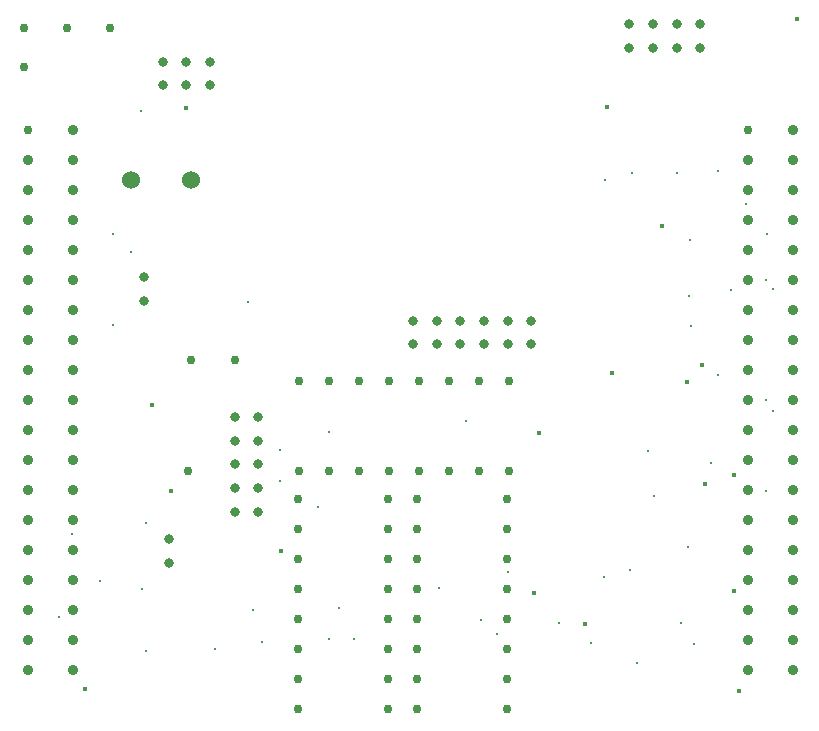
<source format=gbr>
G04 PROTEUS GERBER X2 FILE*
%TF.GenerationSoftware,Labcenter,Proteus,8.12-SP0-Build30713*%
%TF.CreationDate,2021-08-03T17:06:19+00:00*%
%TF.FileFunction,Plated,1,2,PTH*%
%TF.FilePolarity,Positive*%
%TF.Part,Single*%
%TF.SameCoordinates,{e442dea6-d824-4b69-b240-5084a1d61555}*%
%FSLAX45Y45*%
%MOMM*%
G01*
%TA.AperFunction,ViaDrill*%
%ADD78C,0.254000*%
%ADD79C,0.381000*%
%TA.AperFunction,ComponentDrill*%
%ADD80C,0.762000*%
%ADD81C,0.889000*%
%TA.AperFunction,ComponentDrill*%
%ADD82C,0.812800*%
%TA.AperFunction,ComponentDrill*%
%ADD83C,1.524000*%
%TD.AperFunction*%
D78*
X+3975000Y+2410000D03*
X+2248473Y+538991D03*
X+5030000Y+535000D03*
X+640000Y+1454682D03*
X+6045000Y+2060000D03*
X+5873646Y+3218160D03*
X+5863063Y+3466868D03*
X+6568019Y+3528460D03*
X+6568019Y+2497373D03*
X+6343584Y+4253300D03*
X+6519308Y+3998418D03*
X+6515000Y+3605000D03*
X+6514740Y+2589969D03*
X+6511320Y+1823177D03*
D79*
X+5967810Y+2889306D03*
D78*
X+1261942Y+1551886D03*
X+5760000Y+4515000D03*
X+5375000Y+4515000D03*
X+6105000Y+2800000D03*
X+1220000Y+5040000D03*
X+2893587Y+828904D03*
D79*
X+2406671Y+1313311D03*
D78*
X+4097083Y+730914D03*
X+3019851Y+568384D03*
X+2808185Y+566686D03*
X+2721250Y+1679634D03*
X+2400000Y+1900000D03*
D79*
X+6775000Y+5815000D03*
D78*
X+5870081Y+3946698D03*
X+6213656Y+3520168D03*
D79*
X+5839545Y+2738637D03*
X+4594367Y+2308458D03*
D78*
X+5562705Y+1772965D03*
X+5515000Y+2155000D03*
X+5852655Y+1342166D03*
X+3743848Y+995800D03*
X+4233969Y+605861D03*
X+5900000Y+525000D03*
X+5792917Y+700000D03*
X+5362947Y+1150658D03*
X+4326529Y+1136449D03*
X+5137455Y+1088483D03*
X+4756869Y+699624D03*
D79*
X+6280000Y+125000D03*
X+750087Y+142651D03*
D78*
X+875000Y+1056168D03*
X+1227746Y+989777D03*
X+2170612Y+808466D03*
D79*
X+1475494Y+1818235D03*
D78*
X+1850264Y+483591D03*
X+1260000Y+465000D03*
D79*
X+5993993Y+1877360D03*
X+6244015Y+1952651D03*
X+5170000Y+5070000D03*
D78*
X+6103527Y+4531143D03*
X+5423540Y+361688D03*
D79*
X+5210530Y+2814148D03*
X+6240000Y+970000D03*
X+4979473Y+693780D03*
D78*
X+2394949Y+2162980D03*
X+2810000Y+2320000D03*
D79*
X+1605114Y+5058055D03*
X+4547116Y+952889D03*
X+5633621Y+4060070D03*
X+1315000Y+2550000D03*
D78*
X+986767Y+3991061D03*
X+1132194Y+3842828D03*
X+528012Y+755553D03*
X+985000Y+3225126D03*
X+2128723Y+3417429D03*
X+5145000Y+4455000D03*
D80*
X+6356000Y+4880000D03*
D81*
X+6737000Y+4880000D03*
X+6356000Y+4626000D03*
X+6737000Y+4626000D03*
X+6356000Y+4372000D03*
X+6737000Y+4372000D03*
X+6356000Y+4118000D03*
X+6737000Y+4118000D03*
X+6356000Y+3864000D03*
X+6737000Y+3864000D03*
X+6356000Y+3610000D03*
X+6737000Y+3610000D03*
X+6356000Y+3356000D03*
X+6737000Y+3356000D03*
X+6356000Y+3102000D03*
X+6737000Y+3102000D03*
X+6356000Y+2848000D03*
X+6737000Y+2848000D03*
X+6356000Y+2594000D03*
X+6737000Y+2594000D03*
X+6356000Y+2340000D03*
X+6737000Y+2340000D03*
X+6356000Y+2086000D03*
X+6737000Y+2086000D03*
X+6356000Y+1832000D03*
X+6737000Y+1832000D03*
X+6356000Y+1578000D03*
X+6737000Y+1578000D03*
X+6356000Y+1324000D03*
X+6737000Y+1324000D03*
X+6356000Y+1070000D03*
X+6737000Y+1070000D03*
X+6356000Y+816000D03*
X+6737000Y+816000D03*
X+6356000Y+562000D03*
X+6737000Y+562000D03*
X+6356000Y+308000D03*
X+6737000Y+308000D03*
D80*
X+2547768Y+1750944D03*
X+2547768Y+1496944D03*
X+2547768Y+1242944D03*
X+2547768Y+988944D03*
X+2547768Y+734944D03*
X+2547768Y+480944D03*
X+2547768Y+226944D03*
X+2547768Y-27056D03*
X+3309768Y-27056D03*
X+3309768Y+226944D03*
X+3309768Y+480944D03*
X+3309768Y+734944D03*
X+3309768Y+988944D03*
X+3309768Y+1242944D03*
X+3309768Y+1496944D03*
X+3309768Y+1750944D03*
X+3559768Y+1750944D03*
X+3559768Y+1496944D03*
X+3559768Y+1242944D03*
X+3559768Y+988944D03*
X+3559768Y+734944D03*
X+3559768Y+480944D03*
X+3559768Y+226944D03*
X+3559768Y-27056D03*
X+4321768Y-27056D03*
X+4321768Y+226944D03*
X+4321768Y+480944D03*
X+4321768Y+734944D03*
X+4321768Y+988944D03*
X+4321768Y+1242944D03*
X+4321768Y+1496944D03*
X+4321768Y+1750944D03*
D82*
X+1405000Y+5255000D03*
X+1405000Y+5455000D03*
X+1605000Y+5255000D03*
X+1605000Y+5455000D03*
X+1805000Y+5255000D03*
X+1805000Y+5455000D03*
D80*
X+2555768Y+1984944D03*
X+2809768Y+1984944D03*
X+3063768Y+1984944D03*
X+3317768Y+1984944D03*
X+3571768Y+1984944D03*
X+3825768Y+1984944D03*
X+4079768Y+1984944D03*
X+4333768Y+1984944D03*
X+4333768Y+2746944D03*
X+4079768Y+2746944D03*
X+3825768Y+2746944D03*
X+3571768Y+2746944D03*
X+3317768Y+2746944D03*
X+3063768Y+2746944D03*
X+2809768Y+2746944D03*
X+2555768Y+2746944D03*
D83*
X+1139620Y+4455000D03*
X+1640000Y+4455000D03*
D82*
X+1249056Y+3629056D03*
X+1249056Y+3429056D03*
D80*
X+260000Y+4876000D03*
D81*
X+641000Y+4876000D03*
X+260000Y+4622000D03*
X+641000Y+4622000D03*
X+260000Y+4368000D03*
X+641000Y+4368000D03*
X+260000Y+4114000D03*
X+641000Y+4114000D03*
X+260000Y+3860000D03*
X+641000Y+3860000D03*
X+260000Y+3606000D03*
X+641000Y+3606000D03*
X+260000Y+3352000D03*
X+641000Y+3352000D03*
X+260000Y+3098000D03*
X+641000Y+3098000D03*
X+260000Y+2844000D03*
X+641000Y+2844000D03*
X+260000Y+2590000D03*
X+641000Y+2590000D03*
X+260000Y+2336000D03*
X+641000Y+2336000D03*
X+260000Y+2082000D03*
X+641000Y+2082000D03*
X+260000Y+1828000D03*
X+641000Y+1828000D03*
X+260000Y+1574000D03*
X+641000Y+1574000D03*
X+260000Y+1320000D03*
X+641000Y+1320000D03*
X+260000Y+1066000D03*
X+641000Y+1066000D03*
X+260000Y+812000D03*
X+641000Y+812000D03*
X+260000Y+558000D03*
X+641000Y+558000D03*
X+260000Y+304000D03*
X+641000Y+304000D03*
D82*
X+1455000Y+1210000D03*
X+1455000Y+1410000D03*
D80*
X+1615000Y+1990000D03*
X+230000Y+5405000D03*
D82*
X+5355000Y+5570000D03*
X+5355000Y+5770000D03*
X+5555000Y+5570000D03*
X+5555000Y+5770000D03*
X+5755000Y+5570000D03*
X+5755000Y+5770000D03*
X+5955000Y+5570000D03*
X+5955000Y+5770000D03*
X+2015000Y+2445000D03*
X+2215000Y+2445000D03*
X+2015000Y+2245000D03*
X+2215000Y+2245000D03*
X+2015000Y+2045000D03*
X+2215000Y+2045000D03*
X+2015000Y+1845000D03*
X+2215000Y+1845000D03*
X+2015000Y+1645000D03*
X+2215000Y+1645000D03*
D80*
X+230000Y+5740000D03*
X+595000Y+5740000D03*
X+960000Y+5740000D03*
D82*
X+3525000Y+3060000D03*
X+3525000Y+3260000D03*
X+3725000Y+3060000D03*
X+3725000Y+3260000D03*
X+3925000Y+3060000D03*
X+3925000Y+3260000D03*
X+4125000Y+3060000D03*
X+4125000Y+3260000D03*
X+4325000Y+3060000D03*
X+4325000Y+3260000D03*
X+4525000Y+3060000D03*
X+4525000Y+3260000D03*
D80*
X+1645000Y+2925000D03*
X+2020000Y+2925000D03*
M02*

</source>
